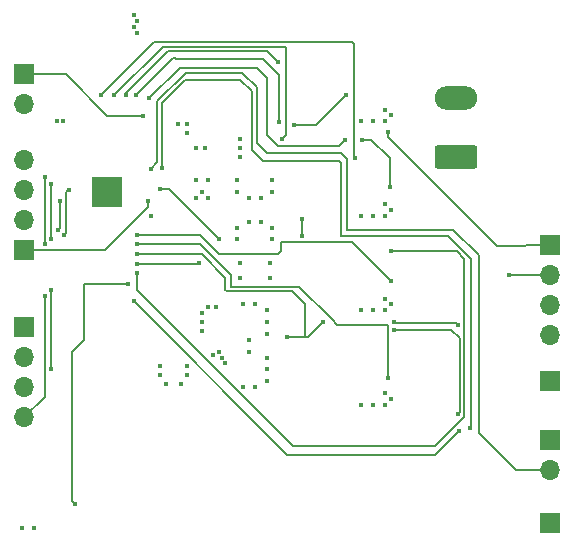
<source format=gbr>
%TF.GenerationSoftware,KiCad,Pcbnew,8.0.5*%
%TF.CreationDate,2024-10-31T12:59:41-07:00*%
%TF.ProjectId,team6_pcb,7465616d-365f-4706-9362-2e6b69636164,rev?*%
%TF.SameCoordinates,Original*%
%TF.FileFunction,Copper,L4,Bot*%
%TF.FilePolarity,Positive*%
%FSLAX46Y46*%
G04 Gerber Fmt 4.6, Leading zero omitted, Abs format (unit mm)*
G04 Created by KiCad (PCBNEW 8.0.5) date 2024-10-31 12:59:41*
%MOMM*%
%LPD*%
G01*
G04 APERTURE LIST*
G04 Aperture macros list*
%AMRoundRect*
0 Rectangle with rounded corners*
0 $1 Rounding radius*
0 $2 $3 $4 $5 $6 $7 $8 $9 X,Y pos of 4 corners*
0 Add a 4 corners polygon primitive as box body*
4,1,4,$2,$3,$4,$5,$6,$7,$8,$9,$2,$3,0*
0 Add four circle primitives for the rounded corners*
1,1,$1+$1,$2,$3*
1,1,$1+$1,$4,$5*
1,1,$1+$1,$6,$7*
1,1,$1+$1,$8,$9*
0 Add four rect primitives between the rounded corners*
20,1,$1+$1,$2,$3,$4,$5,0*
20,1,$1+$1,$4,$5,$6,$7,0*
20,1,$1+$1,$6,$7,$8,$9,0*
20,1,$1+$1,$8,$9,$2,$3,0*%
G04 Aperture macros list end*
%TA.AperFunction,ComponentPad*%
%ADD10RoundRect,0.250000X1.550000X-0.750000X1.550000X0.750000X-1.550000X0.750000X-1.550000X-0.750000X0*%
%TD*%
%TA.AperFunction,ComponentPad*%
%ADD11O,3.600000X2.000000*%
%TD*%
%TA.AperFunction,ComponentPad*%
%ADD12R,1.700000X1.700000*%
%TD*%
%TA.AperFunction,ComponentPad*%
%ADD13O,1.700000X1.700000*%
%TD*%
%TA.AperFunction,HeatsinkPad*%
%ADD14C,0.500000*%
%TD*%
%TA.AperFunction,HeatsinkPad*%
%ADD15R,2.500000X2.500000*%
%TD*%
%TA.AperFunction,ViaPad*%
%ADD16C,0.450000*%
%TD*%
%TA.AperFunction,Conductor*%
%ADD17C,0.200000*%
%TD*%
G04 APERTURE END LIST*
D10*
%TO.P,P9,1,Pin_1*%
%TO.N,VM*%
X143000000Y-85000000D03*
D11*
%TO.P,P9,2,Pin_2*%
%TO.N,GND*%
X143000000Y-80000000D03*
%TD*%
D12*
%TO.P,P8,1,Pin_1*%
%TO.N,VCC_IO*%
X106437500Y-78000000D03*
D13*
%TO.P,P8,2,Pin_2*%
%TO.N,GND*%
X106437500Y-80540000D03*
%TD*%
D12*
%TO.P,P2,1,Pin_1*%
%TO.N,Net-(IC1-DIR)*%
X151000000Y-109000000D03*
D13*
%TO.P,P2,2,Pin_2*%
%TO.N,Net-(IC1-STEP)*%
X151000000Y-111540000D03*
%TD*%
D12*
%TO.P,P3,1,Pin_1*%
%TO.N,SG_TEST*%
X106451400Y-92887800D03*
D13*
%TO.P,P3,2,Pin_2*%
%TO.N,CLK16*%
X106451400Y-90347800D03*
%TO.P,P3,3,Pin_3*%
%TO.N,DRV_EN*%
X106451400Y-87807800D03*
%TO.P,P3,4,Pin_4*%
%TO.N,GND*%
X106451400Y-85267800D03*
%TD*%
D12*
%TO.P,P10,1,Pin_1*%
%TO.N,A2*%
X151000000Y-92460000D03*
D13*
%TO.P,P10,2,Pin_2*%
%TO.N,A1*%
X151000000Y-95000000D03*
%TO.P,P10,3,Pin_3*%
%TO.N,B1*%
X151000000Y-97540000D03*
%TO.P,P10,4,Pin_4*%
%TO.N,B2*%
X151000000Y-100080000D03*
%TD*%
D12*
%TO.P,P5,1,Pin_1*%
%TO.N,GND*%
X151000000Y-116000000D03*
%TD*%
%TO.P,P4,1,Pin_1*%
%TO.N,GND*%
X151000000Y-104000000D03*
%TD*%
%TO.P,P1,1,Pin_1*%
%TO.N,CSN*%
X106500000Y-99450000D03*
D13*
%TO.P,P1,2,Pin_2*%
%TO.N,SCK*%
X106500000Y-101990000D03*
%TO.P,P1,3,Pin_3*%
%TO.N,SDI*%
X106500000Y-104530000D03*
%TO.P,P1,4,Pin_4*%
%TO.N,SDO*%
X106500000Y-107070000D03*
%TD*%
D14*
%TO.P,IC1,33,GND_PAD*%
%TO.N,GND*%
X114479200Y-87003000D03*
X113479200Y-87003000D03*
X112479200Y-87003000D03*
X114479200Y-88003000D03*
X113479200Y-88003000D03*
D15*
X113479200Y-88003000D03*
D14*
X112479200Y-88003000D03*
X114479200Y-89003000D03*
X113479200Y-89003000D03*
X112479200Y-89003000D03*
%TD*%
D16*
%TO.N,GND*%
X107281250Y-116437500D03*
X120250000Y-82250000D03*
X121750000Y-84250000D03*
X124750000Y-84250000D03*
X121500000Y-98250000D03*
X123000000Y-101500000D03*
X119750000Y-104250000D03*
X121000000Y-84250000D03*
X116000000Y-74500000D03*
X109750000Y-82000000D03*
X122500000Y-101750000D03*
X120250000Y-102750000D03*
X109250000Y-82000000D03*
X120250000Y-103500000D03*
X123250000Y-102000000D03*
X121500000Y-99000000D03*
X115750000Y-73000000D03*
X123500000Y-102500000D03*
X124750000Y-85000000D03*
X122750000Y-97750000D03*
X122000000Y-97750000D03*
X118500000Y-104250000D03*
X115750000Y-74000000D03*
X124750000Y-94000000D03*
X118000000Y-102750000D03*
X118000000Y-103500000D03*
X119500000Y-82250000D03*
X116000000Y-73500000D03*
X124750000Y-83500000D03*
X127250000Y-95250000D03*
X106281250Y-116437500D03*
X124750000Y-95250000D03*
X121500000Y-99750000D03*
X120250000Y-83000000D03*
X127250000Y-94000000D03*
%TO.N,VM*%
X121000000Y-88500000D03*
X135000000Y-106000000D03*
X137000000Y-82000000D03*
X135000000Y-90000000D03*
X136000000Y-98000000D03*
X137000000Y-105000000D03*
X124500000Y-87000000D03*
X127000000Y-104000000D03*
X127000000Y-102000000D03*
X127500000Y-88000000D03*
X122000000Y-87000000D03*
X117250000Y-90000000D03*
X126500000Y-88500000D03*
X126000000Y-97500000D03*
X126500000Y-90500000D03*
X137000000Y-89000000D03*
X121000000Y-87000000D03*
X121500000Y-88000000D03*
X136000000Y-90000000D03*
X127000000Y-100000000D03*
X127500000Y-92000000D03*
X137500000Y-97500000D03*
X137000000Y-97000000D03*
X137000000Y-106000000D03*
X127000000Y-103000000D03*
X125000000Y-97500000D03*
X127000000Y-98000000D03*
X136000000Y-106000000D03*
X122000000Y-88500000D03*
X137000000Y-81000000D03*
X124500000Y-92000000D03*
X135000000Y-82000000D03*
X125500000Y-90500000D03*
X137000000Y-98000000D03*
X137500000Y-105500000D03*
X127500000Y-91000000D03*
X127000000Y-99000000D03*
X135000000Y-98000000D03*
X126000000Y-104500000D03*
X125000000Y-104500000D03*
X127500000Y-87000000D03*
X124500000Y-88000000D03*
X125500000Y-101500000D03*
X124500000Y-91000000D03*
X125500000Y-100500000D03*
X137000000Y-90000000D03*
X125500000Y-88500000D03*
X137500000Y-89500000D03*
X137500000Y-81500000D03*
X136000000Y-82000000D03*
%TO.N,VCC_IO*%
X116535200Y-81508600D03*
X123000000Y-92000000D03*
X110781250Y-114437500D03*
X118000000Y-87750000D03*
X115250000Y-95750000D03*
%TO.N,HB2*%
X137250000Y-103750000D03*
X116000000Y-92400003D03*
%TO.N,A1*%
X130000000Y-90250000D03*
X114084465Y-79771800D03*
X147500000Y-95000000D03*
X128320800Y-83464400D03*
X130000000Y-91725000D03*
%TO.N,SDI*%
X108776098Y-91981063D03*
X108775000Y-87278000D03*
X108775000Y-96250000D03*
X108775000Y-103000000D03*
%TO.N,LA1*%
X134467600Y-85115400D03*
X113004600Y-79771800D03*
%TO.N,Net-(IC1-DIR)*%
X144246600Y-108000800D03*
X118160800Y-85979000D03*
%TO.N,SG_TEST*%
X117000000Y-88750000D03*
%TO.N,Net-(IC1-STEP)*%
X117221000Y-86004400D03*
%TO.N,LB2*%
X137775007Y-99649521D03*
X115750000Y-97250000D03*
X143225000Y-106750000D03*
X143250000Y-108250000D03*
%TO.N,HB1*%
X116000000Y-91600000D03*
X137500000Y-95500000D03*
%TO.N,SDO*%
X108250000Y-92362800D03*
X108250000Y-96750000D03*
X108250000Y-86750000D03*
%TO.N,A2*%
X137312400Y-82900000D03*
X127939800Y-76987400D03*
X115112800Y-79771800D03*
%TO.N,SCK*%
X109815621Y-91624843D03*
X110250000Y-87778000D03*
%TO.N,B2*%
X137750000Y-99000000D03*
X116000000Y-93250000D03*
X131750000Y-99000000D03*
X128750000Y-100250000D03*
X143225000Y-99250000D03*
%TO.N,CSN*%
X109487200Y-88728000D03*
X109300000Y-91229073D03*
%TO.N,B1*%
X116000000Y-94050003D03*
X121250000Y-94000000D03*
%TO.N,HA2*%
X133756400Y-79730600D03*
X129362200Y-82270600D03*
X128025600Y-82042000D03*
X115951000Y-79771800D03*
%TO.N,HA1*%
X133629400Y-83566000D03*
X137439400Y-87579200D03*
X135102600Y-83566000D03*
X117043200Y-80060800D03*
%TO.N,LB1*%
X116000000Y-94850006D03*
X137500000Y-93000000D03*
%TD*%
D17*
%TO.N,VCC_IO*%
X110500000Y-101500000D02*
X110500000Y-114156250D01*
X115250000Y-95750000D02*
X111500000Y-95750000D01*
X118750000Y-87750000D02*
X118000000Y-87750000D01*
X116535200Y-81508600D02*
X113512600Y-81508600D01*
X111500000Y-100500000D02*
X110500000Y-101500000D01*
X106437500Y-78000000D02*
X109960000Y-78000000D01*
X111500000Y-95750000D02*
X111500000Y-100500000D01*
X123000000Y-92000000D02*
X118750000Y-87750000D01*
X109960000Y-78000000D02*
X109982000Y-77978000D01*
X110500000Y-114156250D02*
X110781250Y-114437500D01*
X113512600Y-81508600D02*
X109982000Y-77978000D01*
%TO.N,HB2*%
X132500000Y-98750000D02*
X133000000Y-99250000D01*
X121400003Y-92400003D02*
X123250000Y-94250000D01*
X133000000Y-99250000D02*
X137250000Y-99250000D01*
X124000000Y-96000000D02*
X129750000Y-96000000D01*
X137250000Y-99250000D02*
X137250000Y-103750000D01*
X124000000Y-95000000D02*
X124000000Y-96000000D01*
X116000000Y-92400003D02*
X121400003Y-92400003D01*
X129750000Y-96000000D02*
X132500000Y-98750000D01*
X123250000Y-94250000D02*
X124000000Y-95000000D01*
%TO.N,A1*%
X130000000Y-90250000D02*
X130000000Y-91725000D01*
X118189665Y-75666600D02*
X128625600Y-75666600D01*
X147500000Y-95000000D02*
X151000000Y-95000000D01*
X128625600Y-83159600D02*
X128320800Y-83464400D01*
X128625600Y-75666600D02*
X128625600Y-83159600D01*
X114084465Y-79771800D02*
X118189665Y-75666600D01*
%TO.N,SDI*%
X108775000Y-91979965D02*
X108776098Y-91981063D01*
X108775000Y-96250000D02*
X108775000Y-103000000D01*
X108775000Y-87278000D02*
X108775000Y-91979965D01*
%TO.N,LA1*%
X134400000Y-75429400D02*
X134237200Y-75266600D01*
X117509800Y-75266600D02*
X113004600Y-79771800D01*
X134400000Y-75429400D02*
X134400000Y-85047800D01*
X134237200Y-75266600D02*
X117509800Y-75266600D01*
X134400000Y-85047800D02*
X134467600Y-85115400D01*
%TO.N,Net-(IC1-DIR)*%
X142392400Y-91744800D02*
X144272000Y-93624400D01*
X133146800Y-85394800D02*
X133273800Y-85521800D01*
X144272000Y-107975400D02*
X144246600Y-108000800D01*
X118160800Y-80423286D02*
X120120043Y-78464043D01*
X124768243Y-78464043D02*
X125755400Y-79451200D01*
X133273800Y-85521800D02*
X133273800Y-91744800D01*
X120120043Y-78464043D02*
X124768243Y-78464043D01*
X125755400Y-84429600D02*
X126720600Y-85394800D01*
X125755400Y-79451200D02*
X125755400Y-84429600D01*
X144272000Y-93624400D02*
X144272000Y-107975400D01*
X126720600Y-85394800D02*
X133146800Y-85394800D01*
X133273800Y-91744800D02*
X142392400Y-91744800D01*
X118160800Y-85979000D02*
X118160800Y-80423286D01*
%TO.N,SG_TEST*%
X113362200Y-92887800D02*
X106451400Y-92887800D01*
X117000000Y-88750000D02*
X117000000Y-89250000D01*
X117000000Y-89250000D02*
X113362200Y-92887800D01*
%TO.N,Net-(IC1-STEP)*%
X126212600Y-83794600D02*
X127076200Y-84658200D01*
X117221000Y-86004400D02*
X117754400Y-85471000D01*
X117754400Y-85471000D02*
X117754400Y-80264000D01*
X133299200Y-84658200D02*
X133832600Y-85191600D01*
X117754400Y-80264000D02*
X120148400Y-77870000D01*
X144957800Y-93345000D02*
X144957800Y-108407200D01*
X133832600Y-91160600D02*
X142773400Y-91160600D01*
X148090600Y-111540000D02*
X151000000Y-111540000D01*
X124961600Y-77870000D02*
X126212600Y-79121000D01*
X127076200Y-84658200D02*
X133299200Y-84658200D01*
X142773400Y-91160600D02*
X144957800Y-93345000D01*
X120148400Y-77870000D02*
X124961600Y-77870000D01*
X144957800Y-108407200D02*
X148090600Y-111540000D01*
X133832600Y-85191600D02*
X133832600Y-91160600D01*
X126212600Y-79121000D02*
X126212600Y-83794600D01*
%TO.N,LB2*%
X142649521Y-99649521D02*
X143350000Y-100350000D01*
X128750000Y-110250000D02*
X138750000Y-110250000D01*
X143350000Y-106625000D02*
X143225000Y-106750000D01*
X137775007Y-99649521D02*
X142649521Y-99649521D01*
X143250000Y-108250000D02*
X141250000Y-110250000D01*
X115750000Y-97250000D02*
X128750000Y-110250000D01*
X143350000Y-100500000D02*
X143350000Y-106625000D01*
X143350000Y-100350000D02*
X143350000Y-100500000D01*
X141250000Y-110250000D02*
X138750000Y-110250000D01*
%TO.N,HB1*%
X116000000Y-91600000D02*
X121350000Y-91600000D01*
X134250000Y-92250000D02*
X137500000Y-95500000D01*
X128000000Y-93250000D02*
X128250000Y-93000000D01*
X128250000Y-92250000D02*
X134250000Y-92250000D01*
X121350000Y-91600000D02*
X123000000Y-93250000D01*
X123000000Y-93250000D02*
X128000000Y-93250000D01*
X128250000Y-93000000D02*
X128250000Y-92250000D01*
%TO.N,SDO*%
X108250000Y-105320000D02*
X106500000Y-107070000D01*
X108250000Y-86750000D02*
X108250000Y-92362800D01*
X108250000Y-96750000D02*
X108250000Y-105320000D01*
%TO.N,A2*%
X137312400Y-83360929D02*
X146509071Y-92557600D01*
X148967000Y-92460000D02*
X148869400Y-92557600D01*
X119151400Y-76066600D02*
X127019000Y-76066600D01*
X118675200Y-76066600D02*
X119151400Y-76066600D01*
X115112800Y-79771800D02*
X115112800Y-79629000D01*
X137312400Y-82900000D02*
X137312400Y-83360929D01*
X115112800Y-79629000D02*
X118675200Y-76066600D01*
X146509071Y-92557600D02*
X148869400Y-92557600D01*
X151000000Y-92460000D02*
X148967000Y-92460000D01*
X127019000Y-76066600D02*
X127939800Y-76987400D01*
%TO.N,SCK*%
X110012200Y-88015800D02*
X110012200Y-91428264D01*
X110012200Y-91428264D02*
X109815621Y-91624843D01*
X110250000Y-87778000D02*
X110012200Y-88015800D01*
%TO.N,B2*%
X130250000Y-100250000D02*
X130500000Y-100250000D01*
X123500000Y-95250000D02*
X123500000Y-96250000D01*
X121500000Y-93250000D02*
X123500000Y-95250000D01*
X126000000Y-96400000D02*
X129150000Y-96400000D01*
X143075000Y-99100000D02*
X143225000Y-99250000D01*
X123650000Y-96400000D02*
X126000000Y-96400000D01*
X130250000Y-100250000D02*
X128750000Y-100250000D01*
X137750000Y-99000000D02*
X137850000Y-99100000D01*
X130500000Y-100250000D02*
X131750000Y-99000000D01*
X137850000Y-99100000D02*
X143075000Y-99100000D01*
X123500000Y-96250000D02*
X123650000Y-96400000D01*
X130250000Y-97500000D02*
X130250000Y-100250000D01*
X116000000Y-93250000D02*
X121500000Y-93250000D01*
X129150000Y-96400000D02*
X130250000Y-97500000D01*
%TO.N,CSN*%
X109487200Y-88728000D02*
X109487200Y-91041873D01*
X109487200Y-91041873D02*
X109300000Y-91229073D01*
%TO.N,B1*%
X121199997Y-94050003D02*
X121250000Y-94000000D01*
X116000000Y-94050003D02*
X121199997Y-94050003D01*
%TO.N,HA2*%
X129362200Y-82270600D02*
X131216400Y-82270600D01*
X115951000Y-79756000D02*
X119075200Y-76631800D01*
X126695200Y-76733400D02*
X128025600Y-78063800D01*
X119253000Y-76631800D02*
X119354600Y-76733400D01*
X115951000Y-79771800D02*
X115951000Y-79756000D01*
X119075200Y-76631800D02*
X119253000Y-76631800D01*
X131216400Y-82270600D02*
X133756400Y-79730600D01*
X128025600Y-78063800D02*
X128025600Y-82042000D01*
X119354600Y-76733400D02*
X126695200Y-76733400D01*
%TO.N,HA1*%
X127025400Y-78333600D02*
X126161800Y-77470000D01*
X137337800Y-85039200D02*
X135864600Y-83566000D01*
X127050800Y-83185000D02*
X127025400Y-83159600D01*
X133629400Y-83566000D02*
X133131000Y-84064400D01*
X127025400Y-83159600D02*
X127025400Y-78333600D01*
X135864600Y-83566000D02*
X135102600Y-83566000D01*
X127930200Y-84064400D02*
X127050800Y-83185000D01*
X119634000Y-77470000D02*
X117043200Y-80060800D01*
X126161800Y-77470000D02*
X119634000Y-77470000D01*
X133131000Y-84064400D02*
X127930200Y-84064400D01*
X137439400Y-85140800D02*
X137337800Y-85039200D01*
X137439400Y-87579200D02*
X137439400Y-85140800D01*
%TO.N,LB1*%
X141250000Y-109500000D02*
X129257537Y-109500000D01*
X143750000Y-93668086D02*
X143750000Y-107000000D01*
X137500000Y-93000000D02*
X143081914Y-93000000D01*
X116000000Y-96242463D02*
X116000000Y-94850006D01*
X129257537Y-109500000D02*
X116000000Y-96242463D01*
X143081914Y-93000000D02*
X143750000Y-93668086D01*
X143750000Y-107000000D02*
X141250000Y-109500000D01*
%TD*%
M02*

</source>
